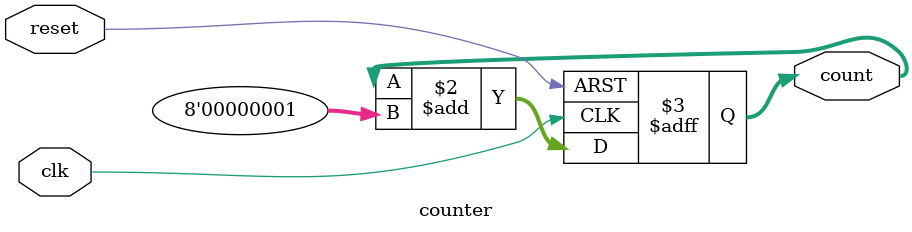
<source format=v>

`timescale 1ns / 1ns


module counter (count, clk, reset);
output [7:0] count;
input clk, reset;

reg [7:0] count;

always @ (posedge clk or posedge reset)
  if (reset)
     count = 8'h00;
  else
     count <= count + 8'h01;
     
endmodule


/*
// Quartus II Verilog Template
// Gray counter

module counter(clk,reset,count);

	input clk, reset;
	output reg [7:0] count;

// Implementation:

// There's an imaginary bit in the counter, at q[-1], that resets to 1
// (unlike the rest of the bits of the counter) and flips every clock cycle.
// The decision of whether to flip any non-imaginary bit in the counter
// depends solely on the bits below it, down to the imaginary bit.	It flips
// only if all these bits, taken together, match the pattern 10* (a one
// followed by any number of zeros).

// Almost every non-imaginary bit has a submodule instance that sets the
// bit based on the values of the lower-order bits, as described above.
// The rules have to differ slightly for the most significant bit or else 
// the counter would saturate at it's highest value, 1000...0.

	// q is the counter, plus the imaginary bit
	reg q [8-1:-1];

	// no_ones_below[x] = 1 iff there are no 1's in q below q[x]
	reg no_ones_below [8-1:-1];

	// q_msb is a modification to make the msb logic work
	reg q_msb;

	integer i, j, k;

	always @ (posedge reset or posedge clk)
	begin
		if (reset)
		begin

			// Resetting involves setting the imaginary bit to 1
			q[-1] <= 1;
			for (i = 0; i <= 8-1; i = i + 1)
				q[i] <= 0;

		end
		else
		begin
			// Toggle the imaginary bit
			q[-1] <= ~q[-1];

			for (i = 0; i < 8-1; i = i + 1)
			begin

				// Flip q[i] if lower bits are a 1 followed by all 0's
				q[i] <= q[i] ^ (q[i-1] & no_ones_below[i-1]);

			end

			q[8-1] <= q[8-1] ^ (q_msb & no_ones_below[8-2]);
		end
	end


	always @(*)
	begin

		// There are never any 1's beneath the lowest bit
		no_ones_below[-1] <= 1;

		for (j = 0; j < 8-1; j = j + 1)
			no_ones_below[j] <= no_ones_below[j-1] & ~q[j-1];

		q_msb <= q[8-1] | q[8-2];

		// Copy over everything but the imaginary bit
		for (k = 0; k < 8; k = k + 1)
			count[k] <= q[k];
	end	


endmodule

*/

</source>
